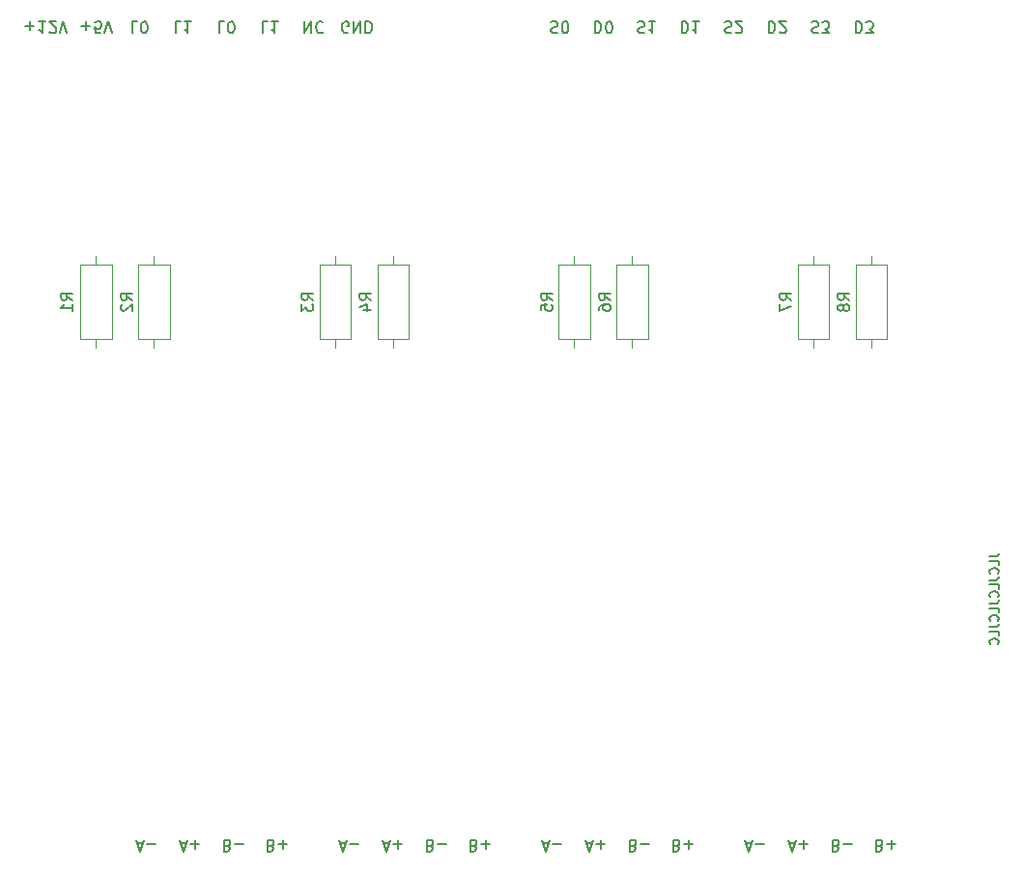
<source format=gbr>
G04 #@! TF.GenerationSoftware,KiCad,Pcbnew,(5.1.4-0-10_14)*
G04 #@! TF.CreationDate,2021-10-12T10:54:55-04:00*
G04 #@! TF.ProjectId,doublemagfixture,646f7562-6c65-46d6-9167-666978747572,rev?*
G04 #@! TF.SameCoordinates,Original*
G04 #@! TF.FileFunction,Legend,Bot*
G04 #@! TF.FilePolarity,Positive*
%FSLAX46Y46*%
G04 Gerber Fmt 4.6, Leading zero omitted, Abs format (unit mm)*
G04 Created by KiCad (PCBNEW (5.1.4-0-10_14)) date 2021-10-12 10:54:55*
%MOMM*%
%LPD*%
G04 APERTURE LIST*
%ADD10C,0.150000*%
%ADD11C,0.120000*%
G04 APERTURE END LIST*
D10*
X87191904Y-48374761D02*
X87763333Y-48374761D01*
X87877619Y-48336666D01*
X87953809Y-48260476D01*
X87991904Y-48146190D01*
X87991904Y-48070000D01*
X87991904Y-49136666D02*
X87991904Y-48755714D01*
X87191904Y-48755714D01*
X87915714Y-49860476D02*
X87953809Y-49822380D01*
X87991904Y-49708095D01*
X87991904Y-49631904D01*
X87953809Y-49517619D01*
X87877619Y-49441428D01*
X87801428Y-49403333D01*
X87649047Y-49365238D01*
X87534761Y-49365238D01*
X87382380Y-49403333D01*
X87306190Y-49441428D01*
X87230000Y-49517619D01*
X87191904Y-49631904D01*
X87191904Y-49708095D01*
X87230000Y-49822380D01*
X87268095Y-49860476D01*
X87191904Y-50431904D02*
X87763333Y-50431904D01*
X87877619Y-50393809D01*
X87953809Y-50317619D01*
X87991904Y-50203333D01*
X87991904Y-50127142D01*
X87991904Y-51193809D02*
X87991904Y-50812857D01*
X87191904Y-50812857D01*
X87915714Y-51917619D02*
X87953809Y-51879523D01*
X87991904Y-51765238D01*
X87991904Y-51689047D01*
X87953809Y-51574761D01*
X87877619Y-51498571D01*
X87801428Y-51460476D01*
X87649047Y-51422380D01*
X87534761Y-51422380D01*
X87382380Y-51460476D01*
X87306190Y-51498571D01*
X87230000Y-51574761D01*
X87191904Y-51689047D01*
X87191904Y-51765238D01*
X87230000Y-51879523D01*
X87268095Y-51917619D01*
X87191904Y-52489047D02*
X87763333Y-52489047D01*
X87877619Y-52450952D01*
X87953809Y-52374761D01*
X87991904Y-52260476D01*
X87991904Y-52184285D01*
X87991904Y-53250952D02*
X87991904Y-52870000D01*
X87191904Y-52870000D01*
X87915714Y-53974761D02*
X87953809Y-53936666D01*
X87991904Y-53822380D01*
X87991904Y-53746190D01*
X87953809Y-53631904D01*
X87877619Y-53555714D01*
X87801428Y-53517619D01*
X87649047Y-53479523D01*
X87534761Y-53479523D01*
X87382380Y-53517619D01*
X87306190Y-53555714D01*
X87230000Y-53631904D01*
X87191904Y-53746190D01*
X87191904Y-53822380D01*
X87230000Y-53936666D01*
X87268095Y-53974761D01*
X87191904Y-54546190D02*
X87763333Y-54546190D01*
X87877619Y-54508095D01*
X87953809Y-54431904D01*
X87991904Y-54317619D01*
X87991904Y-54241428D01*
X87991904Y-55308095D02*
X87991904Y-54927142D01*
X87191904Y-54927142D01*
X87915714Y-56031904D02*
X87953809Y-55993809D01*
X87991904Y-55879523D01*
X87991904Y-55803333D01*
X87953809Y-55689047D01*
X87877619Y-55612857D01*
X87801428Y-55574761D01*
X87649047Y-55536666D01*
X87534761Y-55536666D01*
X87382380Y-55574761D01*
X87306190Y-55612857D01*
X87230000Y-55689047D01*
X87191904Y-55803333D01*
X87191904Y-55879523D01*
X87230000Y-55993809D01*
X87268095Y-56031904D01*
X71628095Y-1500238D02*
X71770952Y-1452619D01*
X72009047Y-1452619D01*
X72104285Y-1500238D01*
X72151904Y-1547857D01*
X72199523Y-1643095D01*
X72199523Y-1738333D01*
X72151904Y-1833571D01*
X72104285Y-1881190D01*
X72009047Y-1928809D01*
X71818571Y-1976428D01*
X71723333Y-2024047D01*
X71675714Y-2071666D01*
X71628095Y-2166904D01*
X71628095Y-2262142D01*
X71675714Y-2357380D01*
X71723333Y-2405000D01*
X71818571Y-2452619D01*
X72056666Y-2452619D01*
X72199523Y-2405000D01*
X72532857Y-2452619D02*
X73151904Y-2452619D01*
X72818571Y-2071666D01*
X72961428Y-2071666D01*
X73056666Y-2024047D01*
X73104285Y-1976428D01*
X73151904Y-1881190D01*
X73151904Y-1643095D01*
X73104285Y-1547857D01*
X73056666Y-1500238D01*
X72961428Y-1452619D01*
X72675714Y-1452619D01*
X72580476Y-1500238D01*
X72532857Y-1547857D01*
X56388095Y-1500238D02*
X56530952Y-1452619D01*
X56769047Y-1452619D01*
X56864285Y-1500238D01*
X56911904Y-1547857D01*
X56959523Y-1643095D01*
X56959523Y-1738333D01*
X56911904Y-1833571D01*
X56864285Y-1881190D01*
X56769047Y-1928809D01*
X56578571Y-1976428D01*
X56483333Y-2024047D01*
X56435714Y-2071666D01*
X56388095Y-2166904D01*
X56388095Y-2262142D01*
X56435714Y-2357380D01*
X56483333Y-2405000D01*
X56578571Y-2452619D01*
X56816666Y-2452619D01*
X56959523Y-2405000D01*
X57911904Y-1452619D02*
X57340476Y-1452619D01*
X57626190Y-1452619D02*
X57626190Y-2452619D01*
X57530952Y-2309761D01*
X57435714Y-2214523D01*
X57340476Y-2166904D01*
X75461904Y-1452619D02*
X75461904Y-2452619D01*
X75700000Y-2452619D01*
X75842857Y-2405000D01*
X75938095Y-2309761D01*
X75985714Y-2214523D01*
X76033333Y-2024047D01*
X76033333Y-1881190D01*
X75985714Y-1690714D01*
X75938095Y-1595476D01*
X75842857Y-1500238D01*
X75700000Y-1452619D01*
X75461904Y-1452619D01*
X76366666Y-2452619D02*
X76985714Y-2452619D01*
X76652380Y-2071666D01*
X76795238Y-2071666D01*
X76890476Y-2024047D01*
X76938095Y-1976428D01*
X76985714Y-1881190D01*
X76985714Y-1643095D01*
X76938095Y-1547857D01*
X76890476Y-1500238D01*
X76795238Y-1452619D01*
X76509523Y-1452619D01*
X76414285Y-1500238D01*
X76366666Y-1547857D01*
X48768095Y-1500238D02*
X48910952Y-1452619D01*
X49149047Y-1452619D01*
X49244285Y-1500238D01*
X49291904Y-1547857D01*
X49339523Y-1643095D01*
X49339523Y-1738333D01*
X49291904Y-1833571D01*
X49244285Y-1881190D01*
X49149047Y-1928809D01*
X48958571Y-1976428D01*
X48863333Y-2024047D01*
X48815714Y-2071666D01*
X48768095Y-2166904D01*
X48768095Y-2262142D01*
X48815714Y-2357380D01*
X48863333Y-2405000D01*
X48958571Y-2452619D01*
X49196666Y-2452619D01*
X49339523Y-2405000D01*
X49958571Y-2452619D02*
X50053809Y-2452619D01*
X50149047Y-2405000D01*
X50196666Y-2357380D01*
X50244285Y-2262142D01*
X50291904Y-2071666D01*
X50291904Y-1833571D01*
X50244285Y-1643095D01*
X50196666Y-1547857D01*
X50149047Y-1500238D01*
X50053809Y-1452619D01*
X49958571Y-1452619D01*
X49863333Y-1500238D01*
X49815714Y-1547857D01*
X49768095Y-1643095D01*
X49720476Y-1833571D01*
X49720476Y-2071666D01*
X49768095Y-2262142D01*
X49815714Y-2357380D01*
X49863333Y-2405000D01*
X49958571Y-2452619D01*
X67841904Y-1452619D02*
X67841904Y-2452619D01*
X68080000Y-2452619D01*
X68222857Y-2405000D01*
X68318095Y-2309761D01*
X68365714Y-2214523D01*
X68413333Y-2024047D01*
X68413333Y-1881190D01*
X68365714Y-1690714D01*
X68318095Y-1595476D01*
X68222857Y-1500238D01*
X68080000Y-1452619D01*
X67841904Y-1452619D01*
X68794285Y-2357380D02*
X68841904Y-2405000D01*
X68937142Y-2452619D01*
X69175238Y-2452619D01*
X69270476Y-2405000D01*
X69318095Y-2357380D01*
X69365714Y-2262142D01*
X69365714Y-2166904D01*
X69318095Y-2024047D01*
X68746666Y-1452619D01*
X69365714Y-1452619D01*
X60221904Y-1452619D02*
X60221904Y-2452619D01*
X60460000Y-2452619D01*
X60602857Y-2405000D01*
X60698095Y-2309761D01*
X60745714Y-2214523D01*
X60793333Y-2024047D01*
X60793333Y-1881190D01*
X60745714Y-1690714D01*
X60698095Y-1595476D01*
X60602857Y-1500238D01*
X60460000Y-1452619D01*
X60221904Y-1452619D01*
X61745714Y-1452619D02*
X61174285Y-1452619D01*
X61460000Y-1452619D02*
X61460000Y-2452619D01*
X61364761Y-2309761D01*
X61269523Y-2214523D01*
X61174285Y-2166904D01*
X64008095Y-1500238D02*
X64150952Y-1452619D01*
X64389047Y-1452619D01*
X64484285Y-1500238D01*
X64531904Y-1547857D01*
X64579523Y-1643095D01*
X64579523Y-1738333D01*
X64531904Y-1833571D01*
X64484285Y-1881190D01*
X64389047Y-1928809D01*
X64198571Y-1976428D01*
X64103333Y-2024047D01*
X64055714Y-2071666D01*
X64008095Y-2166904D01*
X64008095Y-2262142D01*
X64055714Y-2357380D01*
X64103333Y-2405000D01*
X64198571Y-2452619D01*
X64436666Y-2452619D01*
X64579523Y-2405000D01*
X64960476Y-2357380D02*
X65008095Y-2405000D01*
X65103333Y-2452619D01*
X65341428Y-2452619D01*
X65436666Y-2405000D01*
X65484285Y-2357380D01*
X65531904Y-2262142D01*
X65531904Y-2166904D01*
X65484285Y-2024047D01*
X64912857Y-1452619D01*
X65531904Y-1452619D01*
X52601904Y-1452619D02*
X52601904Y-2452619D01*
X52840000Y-2452619D01*
X52982857Y-2405000D01*
X53078095Y-2309761D01*
X53125714Y-2214523D01*
X53173333Y-2024047D01*
X53173333Y-1881190D01*
X53125714Y-1690714D01*
X53078095Y-1595476D01*
X52982857Y-1500238D01*
X52840000Y-1452619D01*
X52601904Y-1452619D01*
X53792380Y-2452619D02*
X53887619Y-2452619D01*
X53982857Y-2405000D01*
X54030476Y-2357380D01*
X54078095Y-2262142D01*
X54125714Y-2071666D01*
X54125714Y-1833571D01*
X54078095Y-1643095D01*
X54030476Y-1547857D01*
X53982857Y-1500238D01*
X53887619Y-1452619D01*
X53792380Y-1452619D01*
X53697142Y-1500238D01*
X53649523Y-1547857D01*
X53601904Y-1643095D01*
X53554285Y-1833571D01*
X53554285Y-2071666D01*
X53601904Y-2262142D01*
X53649523Y-2357380D01*
X53697142Y-2405000D01*
X53792380Y-2452619D01*
X16343333Y-1452619D02*
X15867142Y-1452619D01*
X15867142Y-2452619D01*
X17200476Y-1452619D02*
X16629047Y-1452619D01*
X16914761Y-1452619D02*
X16914761Y-2452619D01*
X16819523Y-2309761D01*
X16724285Y-2214523D01*
X16629047Y-2166904D01*
X20153333Y-1452619D02*
X19677142Y-1452619D01*
X19677142Y-2452619D01*
X20677142Y-2452619D02*
X20772380Y-2452619D01*
X20867619Y-2405000D01*
X20915238Y-2357380D01*
X20962857Y-2262142D01*
X21010476Y-2071666D01*
X21010476Y-1833571D01*
X20962857Y-1643095D01*
X20915238Y-1547857D01*
X20867619Y-1500238D01*
X20772380Y-1452619D01*
X20677142Y-1452619D01*
X20581904Y-1500238D01*
X20534285Y-1547857D01*
X20486666Y-1643095D01*
X20439047Y-1833571D01*
X20439047Y-2071666D01*
X20486666Y-2262142D01*
X20534285Y-2357380D01*
X20581904Y-2405000D01*
X20677142Y-2452619D01*
X2683095Y-1833571D02*
X3445000Y-1833571D01*
X3064047Y-1452619D02*
X3064047Y-2214523D01*
X4445000Y-1452619D02*
X3873571Y-1452619D01*
X4159285Y-1452619D02*
X4159285Y-2452619D01*
X4064047Y-2309761D01*
X3968809Y-2214523D01*
X3873571Y-2166904D01*
X4825952Y-2357380D02*
X4873571Y-2405000D01*
X4968809Y-2452619D01*
X5206904Y-2452619D01*
X5302142Y-2405000D01*
X5349761Y-2357380D01*
X5397380Y-2262142D01*
X5397380Y-2166904D01*
X5349761Y-2024047D01*
X4778333Y-1452619D01*
X5397380Y-1452619D01*
X5683095Y-2452619D02*
X6016428Y-1452619D01*
X6349761Y-2452619D01*
X23963333Y-1452619D02*
X23487142Y-1452619D01*
X23487142Y-2452619D01*
X24820476Y-1452619D02*
X24249047Y-1452619D01*
X24534761Y-1452619D02*
X24534761Y-2452619D01*
X24439523Y-2309761D01*
X24344285Y-2214523D01*
X24249047Y-2166904D01*
X30988095Y-2405000D02*
X30892857Y-2452619D01*
X30750000Y-2452619D01*
X30607142Y-2405000D01*
X30511904Y-2309761D01*
X30464285Y-2214523D01*
X30416666Y-2024047D01*
X30416666Y-1881190D01*
X30464285Y-1690714D01*
X30511904Y-1595476D01*
X30607142Y-1500238D01*
X30750000Y-1452619D01*
X30845238Y-1452619D01*
X30988095Y-1500238D01*
X31035714Y-1547857D01*
X31035714Y-1881190D01*
X30845238Y-1881190D01*
X31464285Y-1452619D02*
X31464285Y-2452619D01*
X32035714Y-1452619D01*
X32035714Y-2452619D01*
X32511904Y-1452619D02*
X32511904Y-2452619D01*
X32750000Y-2452619D01*
X32892857Y-2405000D01*
X32988095Y-2309761D01*
X33035714Y-2214523D01*
X33083333Y-2024047D01*
X33083333Y-1881190D01*
X33035714Y-1690714D01*
X32988095Y-1595476D01*
X32892857Y-1500238D01*
X32750000Y-1452619D01*
X32511904Y-1452619D01*
X12533333Y-1452619D02*
X12057142Y-1452619D01*
X12057142Y-2452619D01*
X13057142Y-2452619D02*
X13152380Y-2452619D01*
X13247619Y-2405000D01*
X13295238Y-2357380D01*
X13342857Y-2262142D01*
X13390476Y-2071666D01*
X13390476Y-1833571D01*
X13342857Y-1643095D01*
X13295238Y-1547857D01*
X13247619Y-1500238D01*
X13152380Y-1452619D01*
X13057142Y-1452619D01*
X12961904Y-1500238D01*
X12914285Y-1547857D01*
X12866666Y-1643095D01*
X12819047Y-1833571D01*
X12819047Y-2071666D01*
X12866666Y-2262142D01*
X12914285Y-2357380D01*
X12961904Y-2405000D01*
X13057142Y-2452619D01*
X27154285Y-1452619D02*
X27154285Y-2452619D01*
X27725714Y-1452619D01*
X27725714Y-2452619D01*
X28773333Y-1547857D02*
X28725714Y-1500238D01*
X28582857Y-1452619D01*
X28487619Y-1452619D01*
X28344761Y-1500238D01*
X28249523Y-1595476D01*
X28201904Y-1690714D01*
X28154285Y-1881190D01*
X28154285Y-2024047D01*
X28201904Y-2214523D01*
X28249523Y-2309761D01*
X28344761Y-2405000D01*
X28487619Y-2452619D01*
X28582857Y-2452619D01*
X28725714Y-2405000D01*
X28773333Y-2357380D01*
X7604285Y-1833571D02*
X8366190Y-1833571D01*
X7985238Y-1452619D02*
X7985238Y-2214523D01*
X9318571Y-2452619D02*
X8842380Y-2452619D01*
X8794761Y-1976428D01*
X8842380Y-2024047D01*
X8937619Y-2071666D01*
X9175714Y-2071666D01*
X9270952Y-2024047D01*
X9318571Y-1976428D01*
X9366190Y-1881190D01*
X9366190Y-1643095D01*
X9318571Y-1547857D01*
X9270952Y-1500238D01*
X9175714Y-1452619D01*
X8937619Y-1452619D01*
X8842380Y-1500238D01*
X8794761Y-1547857D01*
X9651904Y-2452619D02*
X9985238Y-1452619D01*
X10318571Y-2452619D01*
X65817857Y-73493333D02*
X66294047Y-73493333D01*
X65722619Y-73207619D02*
X66055952Y-74207619D01*
X66389285Y-73207619D01*
X66722619Y-73588571D02*
X67484523Y-73588571D01*
X30257857Y-73493333D02*
X30734047Y-73493333D01*
X30162619Y-73207619D02*
X30495952Y-74207619D01*
X30829285Y-73207619D01*
X31162619Y-73588571D02*
X31924523Y-73588571D01*
X59777380Y-73731428D02*
X59920238Y-73683809D01*
X59967857Y-73636190D01*
X60015476Y-73540952D01*
X60015476Y-73398095D01*
X59967857Y-73302857D01*
X59920238Y-73255238D01*
X59825000Y-73207619D01*
X59444047Y-73207619D01*
X59444047Y-74207619D01*
X59777380Y-74207619D01*
X59872619Y-74160000D01*
X59920238Y-74112380D01*
X59967857Y-74017142D01*
X59967857Y-73921904D01*
X59920238Y-73826666D01*
X59872619Y-73779047D01*
X59777380Y-73731428D01*
X59444047Y-73731428D01*
X60444047Y-73588571D02*
X61205952Y-73588571D01*
X60825000Y-73207619D02*
X60825000Y-73969523D01*
X41997380Y-73731428D02*
X42140238Y-73683809D01*
X42187857Y-73636190D01*
X42235476Y-73540952D01*
X42235476Y-73398095D01*
X42187857Y-73302857D01*
X42140238Y-73255238D01*
X42045000Y-73207619D01*
X41664047Y-73207619D01*
X41664047Y-74207619D01*
X41997380Y-74207619D01*
X42092619Y-74160000D01*
X42140238Y-74112380D01*
X42187857Y-74017142D01*
X42187857Y-73921904D01*
X42140238Y-73826666D01*
X42092619Y-73779047D01*
X41997380Y-73731428D01*
X41664047Y-73731428D01*
X42664047Y-73588571D02*
X43425952Y-73588571D01*
X43045000Y-73207619D02*
X43045000Y-73969523D01*
X77557380Y-73731428D02*
X77700238Y-73683809D01*
X77747857Y-73636190D01*
X77795476Y-73540952D01*
X77795476Y-73398095D01*
X77747857Y-73302857D01*
X77700238Y-73255238D01*
X77605000Y-73207619D01*
X77224047Y-73207619D01*
X77224047Y-74207619D01*
X77557380Y-74207619D01*
X77652619Y-74160000D01*
X77700238Y-74112380D01*
X77747857Y-74017142D01*
X77747857Y-73921904D01*
X77700238Y-73826666D01*
X77652619Y-73779047D01*
X77557380Y-73731428D01*
X77224047Y-73731428D01*
X78224047Y-73588571D02*
X78985952Y-73588571D01*
X78605000Y-73207619D02*
X78605000Y-73969523D01*
X48037857Y-73493333D02*
X48514047Y-73493333D01*
X47942619Y-73207619D02*
X48275952Y-74207619D01*
X48609285Y-73207619D01*
X48942619Y-73588571D02*
X49704523Y-73588571D01*
X20407380Y-73731428D02*
X20550238Y-73683809D01*
X20597857Y-73636190D01*
X20645476Y-73540952D01*
X20645476Y-73398095D01*
X20597857Y-73302857D01*
X20550238Y-73255238D01*
X20455000Y-73207619D01*
X20074047Y-73207619D01*
X20074047Y-74207619D01*
X20407380Y-74207619D01*
X20502619Y-74160000D01*
X20550238Y-74112380D01*
X20597857Y-74017142D01*
X20597857Y-73921904D01*
X20550238Y-73826666D01*
X20502619Y-73779047D01*
X20407380Y-73731428D01*
X20074047Y-73731428D01*
X21074047Y-73588571D02*
X21835952Y-73588571D01*
X69627857Y-73493333D02*
X70104047Y-73493333D01*
X69532619Y-73207619D02*
X69865952Y-74207619D01*
X70199285Y-73207619D01*
X70532619Y-73588571D02*
X71294523Y-73588571D01*
X70913571Y-73207619D02*
X70913571Y-73969523D01*
X51847857Y-73493333D02*
X52324047Y-73493333D01*
X51752619Y-73207619D02*
X52085952Y-74207619D01*
X52419285Y-73207619D01*
X52752619Y-73588571D02*
X53514523Y-73588571D01*
X53133571Y-73207619D02*
X53133571Y-73969523D01*
X38187380Y-73731428D02*
X38330238Y-73683809D01*
X38377857Y-73636190D01*
X38425476Y-73540952D01*
X38425476Y-73398095D01*
X38377857Y-73302857D01*
X38330238Y-73255238D01*
X38235000Y-73207619D01*
X37854047Y-73207619D01*
X37854047Y-74207619D01*
X38187380Y-74207619D01*
X38282619Y-74160000D01*
X38330238Y-74112380D01*
X38377857Y-74017142D01*
X38377857Y-73921904D01*
X38330238Y-73826666D01*
X38282619Y-73779047D01*
X38187380Y-73731428D01*
X37854047Y-73731428D01*
X38854047Y-73588571D02*
X39615952Y-73588571D01*
X24217380Y-73731428D02*
X24360238Y-73683809D01*
X24407857Y-73636190D01*
X24455476Y-73540952D01*
X24455476Y-73398095D01*
X24407857Y-73302857D01*
X24360238Y-73255238D01*
X24265000Y-73207619D01*
X23884047Y-73207619D01*
X23884047Y-74207619D01*
X24217380Y-74207619D01*
X24312619Y-74160000D01*
X24360238Y-74112380D01*
X24407857Y-74017142D01*
X24407857Y-73921904D01*
X24360238Y-73826666D01*
X24312619Y-73779047D01*
X24217380Y-73731428D01*
X23884047Y-73731428D01*
X24884047Y-73588571D02*
X25645952Y-73588571D01*
X25265000Y-73207619D02*
X25265000Y-73969523D01*
X16287857Y-73493333D02*
X16764047Y-73493333D01*
X16192619Y-73207619D02*
X16525952Y-74207619D01*
X16859285Y-73207619D01*
X17192619Y-73588571D02*
X17954523Y-73588571D01*
X17573571Y-73207619D02*
X17573571Y-73969523D01*
X55967380Y-73731428D02*
X56110238Y-73683809D01*
X56157857Y-73636190D01*
X56205476Y-73540952D01*
X56205476Y-73398095D01*
X56157857Y-73302857D01*
X56110238Y-73255238D01*
X56015000Y-73207619D01*
X55634047Y-73207619D01*
X55634047Y-74207619D01*
X55967380Y-74207619D01*
X56062619Y-74160000D01*
X56110238Y-74112380D01*
X56157857Y-74017142D01*
X56157857Y-73921904D01*
X56110238Y-73826666D01*
X56062619Y-73779047D01*
X55967380Y-73731428D01*
X55634047Y-73731428D01*
X56634047Y-73588571D02*
X57395952Y-73588571D01*
X73747380Y-73731428D02*
X73890238Y-73683809D01*
X73937857Y-73636190D01*
X73985476Y-73540952D01*
X73985476Y-73398095D01*
X73937857Y-73302857D01*
X73890238Y-73255238D01*
X73795000Y-73207619D01*
X73414047Y-73207619D01*
X73414047Y-74207619D01*
X73747380Y-74207619D01*
X73842619Y-74160000D01*
X73890238Y-74112380D01*
X73937857Y-74017142D01*
X73937857Y-73921904D01*
X73890238Y-73826666D01*
X73842619Y-73779047D01*
X73747380Y-73731428D01*
X73414047Y-73731428D01*
X74414047Y-73588571D02*
X75175952Y-73588571D01*
X34067857Y-73493333D02*
X34544047Y-73493333D01*
X33972619Y-73207619D02*
X34305952Y-74207619D01*
X34639285Y-73207619D01*
X34972619Y-73588571D02*
X35734523Y-73588571D01*
X35353571Y-73207619D02*
X35353571Y-73969523D01*
X12477857Y-73493333D02*
X12954047Y-73493333D01*
X12382619Y-73207619D02*
X12715952Y-74207619D01*
X13049285Y-73207619D01*
X13382619Y-73588571D02*
X14144523Y-73588571D01*
D11*
X75465000Y-22765000D02*
X78205000Y-22765000D01*
X78205000Y-22765000D02*
X78205000Y-29305000D01*
X78205000Y-29305000D02*
X75465000Y-29305000D01*
X75465000Y-29305000D02*
X75465000Y-22765000D01*
X76835000Y-21995000D02*
X76835000Y-22765000D01*
X76835000Y-30075000D02*
X76835000Y-29305000D01*
X70385000Y-22765000D02*
X73125000Y-22765000D01*
X73125000Y-22765000D02*
X73125000Y-29305000D01*
X73125000Y-29305000D02*
X70385000Y-29305000D01*
X70385000Y-29305000D02*
X70385000Y-22765000D01*
X71755000Y-21995000D02*
X71755000Y-22765000D01*
X71755000Y-30075000D02*
X71755000Y-29305000D01*
X54510000Y-22765000D02*
X57250000Y-22765000D01*
X57250000Y-22765000D02*
X57250000Y-29305000D01*
X57250000Y-29305000D02*
X54510000Y-29305000D01*
X54510000Y-29305000D02*
X54510000Y-22765000D01*
X55880000Y-21995000D02*
X55880000Y-22765000D01*
X55880000Y-30075000D02*
X55880000Y-29305000D01*
X49430000Y-22765000D02*
X52170000Y-22765000D01*
X52170000Y-22765000D02*
X52170000Y-29305000D01*
X52170000Y-29305000D02*
X49430000Y-29305000D01*
X49430000Y-29305000D02*
X49430000Y-22765000D01*
X50800000Y-21995000D02*
X50800000Y-22765000D01*
X50800000Y-30075000D02*
X50800000Y-29305000D01*
X33555000Y-22765000D02*
X36295000Y-22765000D01*
X36295000Y-22765000D02*
X36295000Y-29305000D01*
X36295000Y-29305000D02*
X33555000Y-29305000D01*
X33555000Y-29305000D02*
X33555000Y-22765000D01*
X34925000Y-21995000D02*
X34925000Y-22765000D01*
X34925000Y-30075000D02*
X34925000Y-29305000D01*
X28475000Y-22765000D02*
X31215000Y-22765000D01*
X31215000Y-22765000D02*
X31215000Y-29305000D01*
X31215000Y-29305000D02*
X28475000Y-29305000D01*
X28475000Y-29305000D02*
X28475000Y-22765000D01*
X29845000Y-21995000D02*
X29845000Y-22765000D01*
X29845000Y-30075000D02*
X29845000Y-29305000D01*
X12600000Y-22765000D02*
X15340000Y-22765000D01*
X15340000Y-22765000D02*
X15340000Y-29305000D01*
X15340000Y-29305000D02*
X12600000Y-29305000D01*
X12600000Y-29305000D02*
X12600000Y-22765000D01*
X13970000Y-21995000D02*
X13970000Y-22765000D01*
X13970000Y-30075000D02*
X13970000Y-29305000D01*
X7520000Y-22765000D02*
X10260000Y-22765000D01*
X10260000Y-22765000D02*
X10260000Y-29305000D01*
X10260000Y-29305000D02*
X7520000Y-29305000D01*
X7520000Y-29305000D02*
X7520000Y-22765000D01*
X8890000Y-21995000D02*
X8890000Y-22765000D01*
X8890000Y-30075000D02*
X8890000Y-29305000D01*
D10*
X74917380Y-25868333D02*
X74441190Y-25535000D01*
X74917380Y-25296904D02*
X73917380Y-25296904D01*
X73917380Y-25677857D01*
X73965000Y-25773095D01*
X74012619Y-25820714D01*
X74107857Y-25868333D01*
X74250714Y-25868333D01*
X74345952Y-25820714D01*
X74393571Y-25773095D01*
X74441190Y-25677857D01*
X74441190Y-25296904D01*
X74345952Y-26439761D02*
X74298333Y-26344523D01*
X74250714Y-26296904D01*
X74155476Y-26249285D01*
X74107857Y-26249285D01*
X74012619Y-26296904D01*
X73965000Y-26344523D01*
X73917380Y-26439761D01*
X73917380Y-26630238D01*
X73965000Y-26725476D01*
X74012619Y-26773095D01*
X74107857Y-26820714D01*
X74155476Y-26820714D01*
X74250714Y-26773095D01*
X74298333Y-26725476D01*
X74345952Y-26630238D01*
X74345952Y-26439761D01*
X74393571Y-26344523D01*
X74441190Y-26296904D01*
X74536428Y-26249285D01*
X74726904Y-26249285D01*
X74822142Y-26296904D01*
X74869761Y-26344523D01*
X74917380Y-26439761D01*
X74917380Y-26630238D01*
X74869761Y-26725476D01*
X74822142Y-26773095D01*
X74726904Y-26820714D01*
X74536428Y-26820714D01*
X74441190Y-26773095D01*
X74393571Y-26725476D01*
X74345952Y-26630238D01*
X69837380Y-25868333D02*
X69361190Y-25535000D01*
X69837380Y-25296904D02*
X68837380Y-25296904D01*
X68837380Y-25677857D01*
X68885000Y-25773095D01*
X68932619Y-25820714D01*
X69027857Y-25868333D01*
X69170714Y-25868333D01*
X69265952Y-25820714D01*
X69313571Y-25773095D01*
X69361190Y-25677857D01*
X69361190Y-25296904D01*
X68837380Y-26201666D02*
X68837380Y-26868333D01*
X69837380Y-26439761D01*
X53962380Y-25868333D02*
X53486190Y-25535000D01*
X53962380Y-25296904D02*
X52962380Y-25296904D01*
X52962380Y-25677857D01*
X53010000Y-25773095D01*
X53057619Y-25820714D01*
X53152857Y-25868333D01*
X53295714Y-25868333D01*
X53390952Y-25820714D01*
X53438571Y-25773095D01*
X53486190Y-25677857D01*
X53486190Y-25296904D01*
X52962380Y-26725476D02*
X52962380Y-26535000D01*
X53010000Y-26439761D01*
X53057619Y-26392142D01*
X53200476Y-26296904D01*
X53390952Y-26249285D01*
X53771904Y-26249285D01*
X53867142Y-26296904D01*
X53914761Y-26344523D01*
X53962380Y-26439761D01*
X53962380Y-26630238D01*
X53914761Y-26725476D01*
X53867142Y-26773095D01*
X53771904Y-26820714D01*
X53533809Y-26820714D01*
X53438571Y-26773095D01*
X53390952Y-26725476D01*
X53343333Y-26630238D01*
X53343333Y-26439761D01*
X53390952Y-26344523D01*
X53438571Y-26296904D01*
X53533809Y-26249285D01*
X48882380Y-25868333D02*
X48406190Y-25535000D01*
X48882380Y-25296904D02*
X47882380Y-25296904D01*
X47882380Y-25677857D01*
X47930000Y-25773095D01*
X47977619Y-25820714D01*
X48072857Y-25868333D01*
X48215714Y-25868333D01*
X48310952Y-25820714D01*
X48358571Y-25773095D01*
X48406190Y-25677857D01*
X48406190Y-25296904D01*
X47882380Y-26773095D02*
X47882380Y-26296904D01*
X48358571Y-26249285D01*
X48310952Y-26296904D01*
X48263333Y-26392142D01*
X48263333Y-26630238D01*
X48310952Y-26725476D01*
X48358571Y-26773095D01*
X48453809Y-26820714D01*
X48691904Y-26820714D01*
X48787142Y-26773095D01*
X48834761Y-26725476D01*
X48882380Y-26630238D01*
X48882380Y-26392142D01*
X48834761Y-26296904D01*
X48787142Y-26249285D01*
X33007380Y-25868333D02*
X32531190Y-25535000D01*
X33007380Y-25296904D02*
X32007380Y-25296904D01*
X32007380Y-25677857D01*
X32055000Y-25773095D01*
X32102619Y-25820714D01*
X32197857Y-25868333D01*
X32340714Y-25868333D01*
X32435952Y-25820714D01*
X32483571Y-25773095D01*
X32531190Y-25677857D01*
X32531190Y-25296904D01*
X32340714Y-26725476D02*
X33007380Y-26725476D01*
X31959761Y-26487380D02*
X32674047Y-26249285D01*
X32674047Y-26868333D01*
X27927380Y-25868333D02*
X27451190Y-25535000D01*
X27927380Y-25296904D02*
X26927380Y-25296904D01*
X26927380Y-25677857D01*
X26975000Y-25773095D01*
X27022619Y-25820714D01*
X27117857Y-25868333D01*
X27260714Y-25868333D01*
X27355952Y-25820714D01*
X27403571Y-25773095D01*
X27451190Y-25677857D01*
X27451190Y-25296904D01*
X26927380Y-26201666D02*
X26927380Y-26820714D01*
X27308333Y-26487380D01*
X27308333Y-26630238D01*
X27355952Y-26725476D01*
X27403571Y-26773095D01*
X27498809Y-26820714D01*
X27736904Y-26820714D01*
X27832142Y-26773095D01*
X27879761Y-26725476D01*
X27927380Y-26630238D01*
X27927380Y-26344523D01*
X27879761Y-26249285D01*
X27832142Y-26201666D01*
X12052380Y-25868333D02*
X11576190Y-25535000D01*
X12052380Y-25296904D02*
X11052380Y-25296904D01*
X11052380Y-25677857D01*
X11100000Y-25773095D01*
X11147619Y-25820714D01*
X11242857Y-25868333D01*
X11385714Y-25868333D01*
X11480952Y-25820714D01*
X11528571Y-25773095D01*
X11576190Y-25677857D01*
X11576190Y-25296904D01*
X11147619Y-26249285D02*
X11100000Y-26296904D01*
X11052380Y-26392142D01*
X11052380Y-26630238D01*
X11100000Y-26725476D01*
X11147619Y-26773095D01*
X11242857Y-26820714D01*
X11338095Y-26820714D01*
X11480952Y-26773095D01*
X12052380Y-26201666D01*
X12052380Y-26820714D01*
X6802380Y-25868333D02*
X6326190Y-25535000D01*
X6802380Y-25296904D02*
X5802380Y-25296904D01*
X5802380Y-25677857D01*
X5850000Y-25773095D01*
X5897619Y-25820714D01*
X5992857Y-25868333D01*
X6135714Y-25868333D01*
X6230952Y-25820714D01*
X6278571Y-25773095D01*
X6326190Y-25677857D01*
X6326190Y-25296904D01*
X6802380Y-26820714D02*
X6802380Y-26249285D01*
X6802380Y-26535000D02*
X5802380Y-26535000D01*
X5945238Y-26439761D01*
X6040476Y-26344523D01*
X6088095Y-26249285D01*
M02*

</source>
